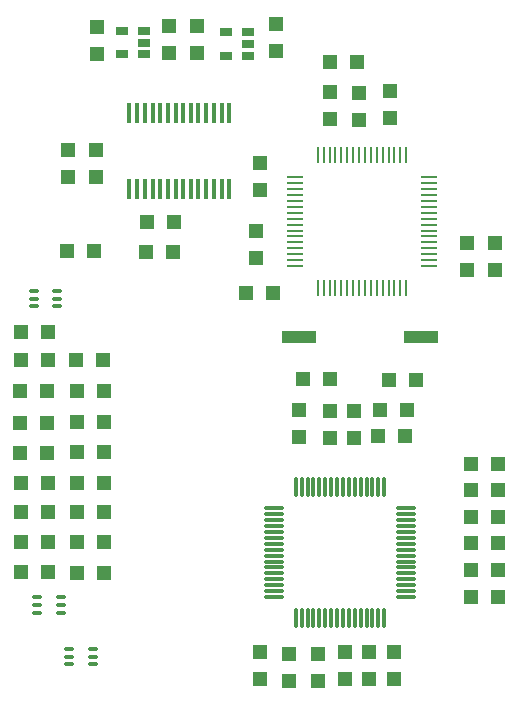
<source format=gtp>
%FSLAX23Y23*%
%MOIN*%
G70*
G01*
G75*
G04 Layer_Color=8421504*
%ADD10C,0.010*%
%ADD11R,0.051X0.050*%
%ADD12O,0.039X0.014*%
%ADD13R,0.058X0.011*%
%ADD14R,0.011X0.058*%
%ADD15R,0.118X0.039*%
%ADD16R,0.050X0.051*%
%ADD17R,0.039X0.028*%
%ADD18O,0.012X0.071*%
%ADD19O,0.071X0.012*%
%ADD20O,0.016X0.071*%
%ADD21R,0.016X0.071*%
%ADD22C,0.020*%
%ADD23C,0.016*%
%ADD24C,0.012*%
%ADD25C,0.059*%
%ADD26R,0.059X0.059*%
%ADD27C,0.063*%
%ADD28C,0.071*%
%ADD29R,0.059X0.059*%
%ADD30O,0.138X0.079*%
%ADD31C,0.043*%
%ADD32C,0.118*%
%ADD33C,0.028*%
%ADD34C,0.039*%
%ADD35C,0.008*%
%ADD36C,0.006*%
%ADD37C,0.024*%
%ADD38C,0.010*%
%ADD39C,0.005*%
%ADD40C,0.008*%
%ADD41C,0.004*%
%ADD42C,0.006*%
D11*
X189Y-1174D02*
D03*
X188Y-1381D02*
D03*
Y-1483D02*
D03*
X190Y-1581D02*
D03*
X191Y-1679D02*
D03*
X187Y-1277D02*
D03*
X435Y-808D02*
D03*
X345D02*
D03*
X700Y-713D02*
D03*
X610D02*
D03*
X697Y-811D02*
D03*
X607D02*
D03*
X1221Y-1235D02*
D03*
X1131D02*
D03*
X1030Y-948D02*
D03*
X940D02*
D03*
X1311Y-180D02*
D03*
X1221D02*
D03*
X1417Y-1240D02*
D03*
X1507D02*
D03*
X191Y-1880D02*
D03*
X281D02*
D03*
X191Y-1780D02*
D03*
X281D02*
D03*
Y-1679D02*
D03*
X1472Y-1425D02*
D03*
X1382D02*
D03*
X280Y-1581D02*
D03*
X278Y-1483D02*
D03*
Y-1381D02*
D03*
X277Y-1277D02*
D03*
X279Y-1174D02*
D03*
X1689Y-1873D02*
D03*
X1779D02*
D03*
X1689Y-1784D02*
D03*
X1779D02*
D03*
X1689Y-1696D02*
D03*
X1779D02*
D03*
X1689Y-1607D02*
D03*
X1779D02*
D03*
X1689Y-1961D02*
D03*
X1779D02*
D03*
X190Y-1078D02*
D03*
X280D02*
D03*
X1386Y-1338D02*
D03*
X1476D02*
D03*
X1779Y-1519D02*
D03*
X1689D02*
D03*
X466Y-1882D02*
D03*
X376D02*
D03*
X466Y-1780D02*
D03*
X376D02*
D03*
X466Y-1679D02*
D03*
X376D02*
D03*
X468Y-1583D02*
D03*
X378D02*
D03*
X468Y-1479D02*
D03*
X378D02*
D03*
X466Y-1380D02*
D03*
X376D02*
D03*
X466Y-1277D02*
D03*
X376D02*
D03*
X464Y-1173D02*
D03*
X374D02*
D03*
D12*
X324Y-1990D02*
D03*
X351Y-2136D02*
D03*
Y-2161D02*
D03*
Y-2187D02*
D03*
X430D02*
D03*
Y-2161D02*
D03*
Y-2136D02*
D03*
X233Y-994D02*
D03*
X324Y-1964D02*
D03*
X233Y-968D02*
D03*
Y-942D02*
D03*
X312D02*
D03*
Y-968D02*
D03*
Y-994D02*
D03*
X245Y-1964D02*
D03*
Y-1990D02*
D03*
Y-2016D02*
D03*
X324D02*
D03*
D13*
X1550Y-563D02*
D03*
Y-583D02*
D03*
Y-603D02*
D03*
Y-622D02*
D03*
Y-642D02*
D03*
Y-662D02*
D03*
Y-681D02*
D03*
Y-701D02*
D03*
Y-721D02*
D03*
Y-741D02*
D03*
Y-760D02*
D03*
Y-780D02*
D03*
Y-800D02*
D03*
Y-819D02*
D03*
Y-839D02*
D03*
Y-859D02*
D03*
X1104D02*
D03*
Y-839D02*
D03*
Y-819D02*
D03*
Y-800D02*
D03*
Y-780D02*
D03*
Y-760D02*
D03*
X1103Y-741D02*
D03*
X1104Y-721D02*
D03*
Y-701D02*
D03*
Y-681D02*
D03*
Y-662D02*
D03*
Y-642D02*
D03*
Y-622D02*
D03*
Y-603D02*
D03*
Y-583D02*
D03*
Y-563D02*
D03*
D14*
X1475Y-934D02*
D03*
X1455D02*
D03*
X1435D02*
D03*
X1416D02*
D03*
X1396D02*
D03*
X1376D02*
D03*
X1357D02*
D03*
X1337D02*
D03*
X1317D02*
D03*
X1297D02*
D03*
X1278D02*
D03*
X1258D02*
D03*
X1238D02*
D03*
X1219D02*
D03*
X1199D02*
D03*
X1179D02*
D03*
Y-488D02*
D03*
X1199D02*
D03*
X1219D02*
D03*
X1238D02*
D03*
X1258D02*
D03*
X1278D02*
D03*
X1297D02*
D03*
X1317D02*
D03*
X1337D02*
D03*
X1357D02*
D03*
X1376D02*
D03*
X1396D02*
D03*
X1416D02*
D03*
X1435D02*
D03*
X1455D02*
D03*
X1475D02*
D03*
D15*
X1523Y-1097D02*
D03*
X1117D02*
D03*
D16*
X1041Y-53D02*
D03*
Y-143D02*
D03*
X1421Y-275D02*
D03*
Y-365D02*
D03*
X778Y-60D02*
D03*
Y-150D02*
D03*
X443Y-64D02*
D03*
Y-154D02*
D03*
X685Y-149D02*
D03*
Y-59D02*
D03*
X442Y-472D02*
D03*
Y-562D02*
D03*
X348Y-474D02*
D03*
Y-564D02*
D03*
X1317Y-281D02*
D03*
Y-371D02*
D03*
X1221Y-368D02*
D03*
Y-278D02*
D03*
X986Y-606D02*
D03*
Y-516D02*
D03*
X1677Y-872D02*
D03*
Y-782D02*
D03*
X973Y-831D02*
D03*
Y-741D02*
D03*
X1771Y-783D02*
D03*
Y-873D02*
D03*
X1179Y-2151D02*
D03*
Y-2241D02*
D03*
X1084Y-2151D02*
D03*
Y-2241D02*
D03*
X988Y-2236D02*
D03*
Y-2146D02*
D03*
X1117Y-1338D02*
D03*
Y-1428D02*
D03*
X1351Y-2236D02*
D03*
Y-2146D02*
D03*
X1433Y-2236D02*
D03*
Y-2146D02*
D03*
X1299Y-1342D02*
D03*
Y-1432D02*
D03*
X1219Y-1342D02*
D03*
Y-1432D02*
D03*
X1270Y-2236D02*
D03*
Y-2146D02*
D03*
D17*
X599Y-115D02*
D03*
X527Y-154D02*
D03*
Y-76D02*
D03*
X599D02*
D03*
Y-154D02*
D03*
X948Y-158D02*
D03*
Y-80D02*
D03*
X875D02*
D03*
Y-158D02*
D03*
X948Y-119D02*
D03*
D18*
X1106Y-1596D02*
D03*
X1126D02*
D03*
X1146D02*
D03*
X1165D02*
D03*
X1185D02*
D03*
X1205D02*
D03*
X1224D02*
D03*
X1244D02*
D03*
X1264D02*
D03*
X1284D02*
D03*
X1303D02*
D03*
X1323D02*
D03*
X1343D02*
D03*
X1362D02*
D03*
X1382D02*
D03*
X1402D02*
D03*
Y-2034D02*
D03*
X1382D02*
D03*
X1362D02*
D03*
X1343D02*
D03*
X1323D02*
D03*
X1303D02*
D03*
X1284D02*
D03*
X1264D02*
D03*
X1244D02*
D03*
X1224D02*
D03*
X1205D02*
D03*
X1185D02*
D03*
X1165D02*
D03*
X1146D02*
D03*
X1126D02*
D03*
X1106D02*
D03*
D19*
X1473Y-1667D02*
D03*
Y-1687D02*
D03*
Y-1707D02*
D03*
Y-1726D02*
D03*
Y-1746D02*
D03*
Y-1766D02*
D03*
Y-1785D02*
D03*
Y-1805D02*
D03*
Y-1825D02*
D03*
Y-1845D02*
D03*
Y-1864D02*
D03*
Y-1884D02*
D03*
Y-1904D02*
D03*
Y-1923D02*
D03*
Y-1943D02*
D03*
Y-1963D02*
D03*
X1035D02*
D03*
Y-1943D02*
D03*
Y-1923D02*
D03*
Y-1904D02*
D03*
Y-1884D02*
D03*
Y-1864D02*
D03*
Y-1845D02*
D03*
Y-1825D02*
D03*
Y-1805D02*
D03*
Y-1785D02*
D03*
Y-1766D02*
D03*
Y-1746D02*
D03*
Y-1726D02*
D03*
Y-1707D02*
D03*
Y-1687D02*
D03*
Y-1667D02*
D03*
D20*
X552Y-602D02*
D03*
X578D02*
D03*
X603D02*
D03*
X629D02*
D03*
X654D02*
D03*
X680D02*
D03*
X706D02*
D03*
X757D02*
D03*
X782D02*
D03*
X808D02*
D03*
X834D02*
D03*
X859D02*
D03*
X552Y-350D02*
D03*
X578D02*
D03*
X603D02*
D03*
X629D02*
D03*
X654D02*
D03*
X680D02*
D03*
X706D02*
D03*
X731D02*
D03*
X757D02*
D03*
X782D02*
D03*
X808D02*
D03*
X834D02*
D03*
X859D02*
D03*
X885Y-602D02*
D03*
X731D02*
D03*
D21*
X885Y-350D02*
D03*
M02*

</source>
